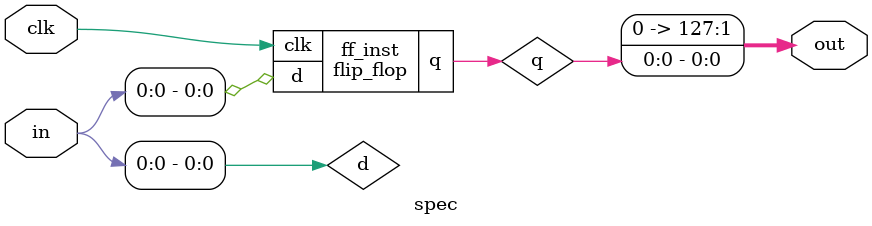
<source format=sv>

module latch (input logic in,
              output logic out,
              input wire en);

   always @(en or in) begin
      if(en) begin
         // non-blocking assignment
         out <= in;
      end
   end

endmodule

// flip-flop built using the non-blocking assignment latch
module flip_flop (input logic d,
                  output logic q,
                  input clk);
   reg m;

   latch master_latch (.en  (~clk),
                       .in  (d),
                       .out (m));

   latch slave_latch (.en  (clk),
                      .in  (m),
                      .out (q));
endmodule // flip_flop

module spec (input logic [127:0] in,
             output wire [127:0] out,
             input               clk);
   reg  q;
   wire d;

   assign d = in[0];

   flip_flop ff_inst (.d (d),
                      .q (q),
                      .clk (clk));

   assign out = q;

endmodule  // flip-flop

</source>
